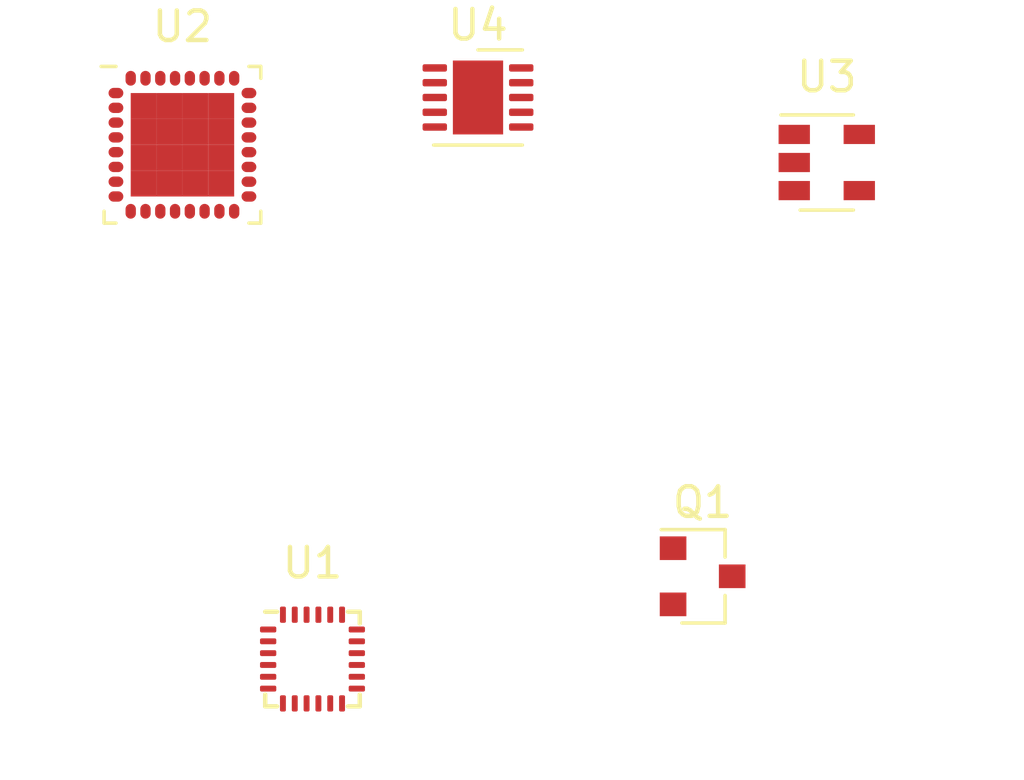
<source format=kicad_pcb>
(kicad_pcb (version 20171130) (host pcbnew 5.1.12-84ad8e8a86~92~ubuntu20.04.1)

  (general
    (thickness 1.6)
    (drawings 0)
    (tracks 0)
    (zones 0)
    (modules 5)
    (nets 69)
  )

  (page A4)
  (layers
    (0 F.Cu signal)
    (31 B.Cu signal)
    (32 B.Adhes user)
    (33 F.Adhes user)
    (34 B.Paste user)
    (35 F.Paste user)
    (36 B.SilkS user)
    (37 F.SilkS user)
    (38 B.Mask user)
    (39 F.Mask user)
    (40 Dwgs.User user)
    (41 Cmts.User user)
    (42 Eco1.User user)
    (43 Eco2.User user)
    (44 Edge.Cuts user)
    (45 Margin user)
    (46 B.CrtYd user)
    (47 F.CrtYd user)
    (48 B.Fab user)
    (49 F.Fab user)
  )

  (setup
    (last_trace_width 0.25)
    (trace_clearance 0.2)
    (zone_clearance 0.508)
    (zone_45_only no)
    (trace_min 0.2)
    (via_size 0.8)
    (via_drill 0.4)
    (via_min_size 0.4)
    (via_min_drill 0.3)
    (uvia_size 0.3)
    (uvia_drill 0.1)
    (uvias_allowed no)
    (uvia_min_size 0.2)
    (uvia_min_drill 0.1)
    (edge_width 0.05)
    (segment_width 0.2)
    (pcb_text_width 0.3)
    (pcb_text_size 1.5 1.5)
    (mod_edge_width 0.12)
    (mod_text_size 1 1)
    (mod_text_width 0.15)
    (pad_size 1.524 1.524)
    (pad_drill 0.762)
    (pad_to_mask_clearance 0)
    (aux_axis_origin 0 0)
    (visible_elements FFFFFF7F)
    (pcbplotparams
      (layerselection 0x010fc_ffffffff)
      (usegerberextensions false)
      (usegerberattributes true)
      (usegerberadvancedattributes true)
      (creategerberjobfile true)
      (excludeedgelayer true)
      (linewidth 0.100000)
      (plotframeref false)
      (viasonmask false)
      (mode 1)
      (useauxorigin false)
      (hpglpennumber 1)
      (hpglpenspeed 20)
      (hpglpendiameter 15.000000)
      (psnegative false)
      (psa4output false)
      (plotreference true)
      (plotvalue true)
      (plotinvisibletext false)
      (padsonsilk false)
      (subtractmaskfromsilk false)
      (outputformat 1)
      (mirror false)
      (drillshape 1)
      (scaleselection 1)
      (outputdirectory ""))
  )

  (net 0 "")
  (net 1 "Net-(U1-Pad24)")
  (net 2 "Net-(U1-Pad23)")
  (net 3 "Net-(U1-Pad22)")
  (net 4 "Net-(U1-Pad21)")
  (net 5 "Net-(U1-Pad19)")
  (net 6 "Net-(U1-Pad18)")
  (net 7 "Net-(U1-Pad17)")
  (net 8 "Net-(U1-Pad16)")
  (net 9 "Net-(U1-Pad15)")
  (net 10 "Net-(U1-Pad14)")
  (net 11 "Net-(U1-Pad13)")
  (net 12 "Net-(U1-Pad12)")
  (net 13 "Net-(U1-Pad11)")
  (net 14 "Net-(U1-Pad10)")
  (net 15 "Net-(U1-Pad9)")
  (net 16 "Net-(U1-Pad8)")
  (net 17 "Net-(U1-Pad7)")
  (net 18 "Net-(U1-Pad6)")
  (net 19 "Net-(U1-Pad5)")
  (net 20 "Net-(U1-Pad4)")
  (net 21 "Net-(U1-Pad3)")
  (net 22 "Net-(U1-Pad2)")
  (net 23 "Net-(U1-Pad1)")
  (net 24 "Net-(D7-Pad1)")
  (net 25 +BATT)
  (net 26 +5V)
  (net 27 "Net-(U2-Pad33)")
  (net 28 "Net-(U2-Pad32)")
  (net 29 "Net-(U2-Pad31)")
  (net 30 "Net-(U2-Pad30)")
  (net 31 "Net-(U2-Pad29)")
  (net 32 "Net-(U2-Pad28)")
  (net 33 "Net-(U2-Pad27)")
  (net 34 "Net-(U2-Pad26)")
  (net 35 "Net-(U2-Pad25)")
  (net 36 "Net-(U2-Pad24)")
  (net 37 "Net-(U2-Pad23)")
  (net 38 "Net-(U2-Pad22)")
  (net 39 "Net-(U2-Pad21)")
  (net 40 "Net-(U2-Pad20)")
  (net 41 "Net-(U2-Pad19)")
  (net 42 "Net-(U2-Pad18)")
  (net 43 "Net-(U2-Pad17)")
  (net 44 "Net-(U2-Pad16)")
  (net 45 +3V3)
  (net 46 "Net-(U2-Pad14)")
  (net 47 "Net-(U2-Pad13)")
  (net 48 "Net-(U2-Pad12)")
  (net 49 "Net-(U2-Pad11)")
  (net 50 "Net-(U2-Pad10)")
  (net 51 "Net-(U2-Pad9)")
  (net 52 "Net-(U2-Pad8)")
  (net 53 "Net-(U2-Pad6)")
  (net 54 "Net-(U2-Pad5)")
  (net 55 "Net-(U2-Pad4)")
  (net 56 "Net-(U2-Pad3)")
  (net 57 "Net-(U2-Pad2)")
  (net 58 "Net-(U2-Pad1)")
  (net 59 "Net-(U3-Pad5)")
  (net 60 GND)
  (net 61 BATT_STAT)
  (net 62 "Net-(U4-Pad10)")
  (net 63 "Net-(U4-Pad9)")
  (net 64 "Net-(U4-Pad8)")
  (net 65 "Net-(U4-Pad5)")
  (net 66 "Net-(U4-Pad4)")
  (net 67 "Net-(U4-Pad3)")
  (net 68 "Net-(U4-Pad1)")

  (net_class Default "This is the default net class."
    (clearance 0.2)
    (trace_width 0.25)
    (via_dia 0.8)
    (via_drill 0.4)
    (uvia_dia 0.3)
    (uvia_drill 0.1)
    (add_net +3V3)
    (add_net +5V)
    (add_net +BATT)
    (add_net BATT_STAT)
    (add_net GND)
    (add_net "Net-(D7-Pad1)")
    (add_net "Net-(U1-Pad1)")
    (add_net "Net-(U1-Pad10)")
    (add_net "Net-(U1-Pad11)")
    (add_net "Net-(U1-Pad12)")
    (add_net "Net-(U1-Pad13)")
    (add_net "Net-(U1-Pad14)")
    (add_net "Net-(U1-Pad15)")
    (add_net "Net-(U1-Pad16)")
    (add_net "Net-(U1-Pad17)")
    (add_net "Net-(U1-Pad18)")
    (add_net "Net-(U1-Pad19)")
    (add_net "Net-(U1-Pad2)")
    (add_net "Net-(U1-Pad21)")
    (add_net "Net-(U1-Pad22)")
    (add_net "Net-(U1-Pad23)")
    (add_net "Net-(U1-Pad24)")
    (add_net "Net-(U1-Pad3)")
    (add_net "Net-(U1-Pad4)")
    (add_net "Net-(U1-Pad5)")
    (add_net "Net-(U1-Pad6)")
    (add_net "Net-(U1-Pad7)")
    (add_net "Net-(U1-Pad8)")
    (add_net "Net-(U1-Pad9)")
    (add_net "Net-(U2-Pad1)")
    (add_net "Net-(U2-Pad10)")
    (add_net "Net-(U2-Pad11)")
    (add_net "Net-(U2-Pad12)")
    (add_net "Net-(U2-Pad13)")
    (add_net "Net-(U2-Pad14)")
    (add_net "Net-(U2-Pad16)")
    (add_net "Net-(U2-Pad17)")
    (add_net "Net-(U2-Pad18)")
    (add_net "Net-(U2-Pad19)")
    (add_net "Net-(U2-Pad2)")
    (add_net "Net-(U2-Pad20)")
    (add_net "Net-(U2-Pad21)")
    (add_net "Net-(U2-Pad22)")
    (add_net "Net-(U2-Pad23)")
    (add_net "Net-(U2-Pad24)")
    (add_net "Net-(U2-Pad25)")
    (add_net "Net-(U2-Pad26)")
    (add_net "Net-(U2-Pad27)")
    (add_net "Net-(U2-Pad28)")
    (add_net "Net-(U2-Pad29)")
    (add_net "Net-(U2-Pad3)")
    (add_net "Net-(U2-Pad30)")
    (add_net "Net-(U2-Pad31)")
    (add_net "Net-(U2-Pad32)")
    (add_net "Net-(U2-Pad33)")
    (add_net "Net-(U2-Pad4)")
    (add_net "Net-(U2-Pad5)")
    (add_net "Net-(U2-Pad6)")
    (add_net "Net-(U2-Pad8)")
    (add_net "Net-(U2-Pad9)")
    (add_net "Net-(U3-Pad5)")
    (add_net "Net-(U4-Pad1)")
    (add_net "Net-(U4-Pad10)")
    (add_net "Net-(U4-Pad3)")
    (add_net "Net-(U4-Pad4)")
    (add_net "Net-(U4-Pad5)")
    (add_net "Net-(U4-Pad8)")
    (add_net "Net-(U4-Pad9)")
  )

  (module hydrate:DFN-10-1EP_3x3mm_P0.5mm_EP0.25x0.70mm (layer F.Cu) (tedit 5DC5F54E) (tstamp 619D9E03)
    (at 135.8 59.8)
    (descr "DFN, 10 Pin (https://www.monolithicpower.com/pub/media/document/MPQ2483_r1.05.pdf), generated with kicad-footprint-generator ipc_noLead_generator.py")
    (tags "DFN NoLead")
    (path /61C2FD3A)
    (attr smd)
    (fp_text reference U4 (at 0 -2.45) (layer F.SilkS)
      (effects (font (size 1 1) (thickness 0.15)))
    )
    (fp_text value LTC3536IDD (at 0 2.45) (layer F.Fab)
      (effects (font (size 1 1) (thickness 0.15)))
    )
    (fp_text user %R (at 0 0) (layer F.Fab)
      (effects (font (size 0.75 0.75) (thickness 0.11)))
    )
    (fp_line (start 0 -1.61) (end 1.5 -1.61) (layer F.SilkS) (width 0.12))
    (fp_line (start -1.5 1.61) (end 1.5 1.61) (layer F.SilkS) (width 0.12))
    (fp_line (start -0.75 -1.5) (end 1.5 -1.5) (layer F.Fab) (width 0.1))
    (fp_line (start 1.5 -1.5) (end 1.5 1.5) (layer F.Fab) (width 0.1))
    (fp_line (start 1.5 1.5) (end -1.5 1.5) (layer F.Fab) (width 0.1))
    (fp_line (start -1.5 1.5) (end -1.5 -0.75) (layer F.Fab) (width 0.1))
    (fp_line (start -1.5 -0.75) (end -0.75 -1.5) (layer F.Fab) (width 0.1))
    (fp_line (start -2.12 -1.75) (end -2.12 1.75) (layer F.CrtYd) (width 0.05))
    (fp_line (start -2.12 1.75) (end 2.12 1.75) (layer F.CrtYd) (width 0.05))
    (fp_line (start 2.12 1.75) (end 2.12 -1.75) (layer F.CrtYd) (width 0.05))
    (fp_line (start 2.12 -1.75) (end -2.12 -1.75) (layer F.CrtYd) (width 0.05))
    (pad "" smd roundrect (at 0.425 0.625) (size 0.69 1.01) (layers F.Paste) (roundrect_rratio 0.25))
    (pad "" smd roundrect (at 0.425 -0.625) (size 0.69 1.01) (layers F.Paste) (roundrect_rratio 0.25))
    (pad "" smd roundrect (at -0.425 0.625) (size 0.69 1.01) (layers F.Paste) (roundrect_rratio 0.25))
    (pad "" smd roundrect (at -0.425 -0.625) (size 0.69 1.01) (layers F.Paste) (roundrect_rratio 0.25))
    (pad 11 smd rect (at 0 0) (size 1.7 2.5) (layers F.Cu F.Mask)
      (net 60 GND))
    (pad 10 smd roundrect (at 1.4625 -1) (size 0.825 0.25) (layers F.Cu F.Paste F.Mask) (roundrect_rratio 0.25)
      (net 62 "Net-(U4-Pad10)"))
    (pad 9 smd roundrect (at 1.4625 -0.5) (size 0.825 0.25) (layers F.Cu F.Paste F.Mask) (roundrect_rratio 0.25)
      (net 63 "Net-(U4-Pad9)"))
    (pad 8 smd roundrect (at 1.4625 0) (size 0.825 0.25) (layers F.Cu F.Paste F.Mask) (roundrect_rratio 0.25)
      (net 64 "Net-(U4-Pad8)"))
    (pad 7 smd roundrect (at 1.4625 0.5) (size 0.825 0.25) (layers F.Cu F.Paste F.Mask) (roundrect_rratio 0.25)
      (net 24 "Net-(D7-Pad1)"))
    (pad 6 smd roundrect (at 1.4625 1) (size 0.825 0.25) (layers F.Cu F.Paste F.Mask) (roundrect_rratio 0.25)
      (net 45 +3V3))
    (pad 5 smd roundrect (at -1.4625 1) (size 0.825 0.25) (layers F.Cu F.Paste F.Mask) (roundrect_rratio 0.25)
      (net 65 "Net-(U4-Pad5)"))
    (pad 4 smd roundrect (at -1.4625 0.5) (size 0.825 0.25) (layers F.Cu F.Paste F.Mask) (roundrect_rratio 0.25)
      (net 66 "Net-(U4-Pad4)"))
    (pad 3 smd roundrect (at -1.4625 0) (size 0.825 0.25) (layers F.Cu F.Paste F.Mask) (roundrect_rratio 0.25)
      (net 67 "Net-(U4-Pad3)"))
    (pad 2 smd roundrect (at -1.4625 -0.5) (size 0.825 0.25) (layers F.Cu F.Paste F.Mask) (roundrect_rratio 0.25)
      (net 60 GND))
    (pad 1 smd roundrect (at -1.4625 -1) (size 0.825 0.25) (layers F.Cu F.Paste F.Mask) (roundrect_rratio 0.25)
      (net 68 "Net-(U4-Pad1)"))
    (model ${KISYS3DMOD}/Package_DFN_QFN.3dshapes/DFN-10-1EP_3x3mm_P0.5mm_EP1.7x2.5mm.wrl
      (at (xyz 0 0 0))
      (scale (xyz 1 1 1))
      (rotate (xyz 0 0 0))
    )
  )

  (module Package_TO_SOT_SMD:SOT-23-5 (layer F.Cu) (tedit 5A02FF57) (tstamp 619D9E53)
    (at 147.6 62)
    (descr "5-pin SOT23 package")
    (tags SOT-23-5)
    (path /61A3CB9F)
    (attr smd)
    (fp_text reference U3 (at 0 -2.9) (layer F.SilkS)
      (effects (font (size 1 1) (thickness 0.15)))
    )
    (fp_text value MCP73832-2-OT (at 0 2.9) (layer F.Fab)
      (effects (font (size 1 1) (thickness 0.15)))
    )
    (fp_text user %R (at 0 0 90) (layer F.Fab)
      (effects (font (size 0.5 0.5) (thickness 0.075)))
    )
    (fp_line (start -0.9 1.61) (end 0.9 1.61) (layer F.SilkS) (width 0.12))
    (fp_line (start 0.9 -1.61) (end -1.55 -1.61) (layer F.SilkS) (width 0.12))
    (fp_line (start -1.9 -1.8) (end 1.9 -1.8) (layer F.CrtYd) (width 0.05))
    (fp_line (start 1.9 -1.8) (end 1.9 1.8) (layer F.CrtYd) (width 0.05))
    (fp_line (start 1.9 1.8) (end -1.9 1.8) (layer F.CrtYd) (width 0.05))
    (fp_line (start -1.9 1.8) (end -1.9 -1.8) (layer F.CrtYd) (width 0.05))
    (fp_line (start -0.9 -0.9) (end -0.25 -1.55) (layer F.Fab) (width 0.1))
    (fp_line (start 0.9 -1.55) (end -0.25 -1.55) (layer F.Fab) (width 0.1))
    (fp_line (start -0.9 -0.9) (end -0.9 1.55) (layer F.Fab) (width 0.1))
    (fp_line (start 0.9 1.55) (end -0.9 1.55) (layer F.Fab) (width 0.1))
    (fp_line (start 0.9 -1.55) (end 0.9 1.55) (layer F.Fab) (width 0.1))
    (pad 5 smd rect (at 1.1 -0.95) (size 1.06 0.65) (layers F.Cu F.Paste F.Mask)
      (net 59 "Net-(U3-Pad5)"))
    (pad 4 smd rect (at 1.1 0.95) (size 1.06 0.65) (layers F.Cu F.Paste F.Mask)
      (net 26 +5V))
    (pad 3 smd rect (at -1.1 0.95) (size 1.06 0.65) (layers F.Cu F.Paste F.Mask)
      (net 25 +BATT))
    (pad 2 smd rect (at -1.1 0) (size 1.06 0.65) (layers F.Cu F.Paste F.Mask)
      (net 60 GND))
    (pad 1 smd rect (at -1.1 -0.95) (size 1.06 0.65) (layers F.Cu F.Paste F.Mask)
      (net 61 BATT_STAT))
    (model ${KISYS3DMOD}/Package_TO_SOT_SMD.3dshapes/SOT-23-5.wrl
      (at (xyz 0 0 0))
      (scale (xyz 1 1 1))
      (rotate (xyz 0 0 0))
    )
  )

  (module hydrate:QFN-32_EP_5x5_Pitch0.5mm (layer F.Cu) (tedit 0) (tstamp 619D9EBE)
    (at 125.8 61.4)
    (path /61A3860B)
    (attr smd)
    (fp_text reference U2 (at 0 -4) (layer F.SilkS)
      (effects (font (size 1 1) (thickness 0.15)))
    )
    (fp_text value K32L2Bx1VFM0A (at 0 4) (layer F.Fab)
      (effects (font (size 1 1) (thickness 0.15)))
    )
    (fp_line (start -1.5 -2.5) (end -2.5 -1.5) (layer F.Fab) (width 0.15))
    (fp_line (start -2.5 -1.5) (end -2.5 2.5) (layer F.Fab) (width 0.15))
    (fp_line (start -2.5 2.5) (end 2.5 2.5) (layer F.Fab) (width 0.15))
    (fp_line (start 2.5 2.5) (end 2.5 -2.5) (layer F.Fab) (width 0.15))
    (fp_line (start 2.5 -2.5) (end -1.5 -2.5) (layer F.Fab) (width 0.15))
    (fp_line (start 2.25 -2.65) (end 2.65 -2.65) (layer F.SilkS) (width 0.12))
    (fp_line (start 2.65 -2.65) (end 2.65 -2.25) (layer F.SilkS) (width 0.12))
    (fp_line (start 2.25 2.65) (end 2.65 2.65) (layer F.SilkS) (width 0.12))
    (fp_line (start 2.65 2.65) (end 2.65 2.25) (layer F.SilkS) (width 0.12))
    (fp_line (start -2.25 2.65) (end -2.65 2.65) (layer F.SilkS) (width 0.12))
    (fp_line (start -2.65 2.65) (end -2.65 2.25) (layer F.SilkS) (width 0.12))
    (fp_line (start -2.25 -2.65) (end -2.75 -2.65) (layer F.SilkS) (width 0.12))
    (fp_line (start -3 -3) (end 3 -3) (layer F.CrtYd) (width 0.05))
    (fp_line (start 3 -3) (end 3 3) (layer F.CrtYd) (width 0.05))
    (fp_line (start 3 3) (end -3 3) (layer F.CrtYd) (width 0.05))
    (fp_line (start -3 3) (end -3 -3) (layer F.CrtYd) (width 0.05))
    (pad 33 smd rect (at 1.3125 1.3125) (size 0.875 0.875) (layers F.Cu F.Paste F.Mask)
      (net 27 "Net-(U2-Pad33)") (solder_paste_margin -0.75))
    (pad 33 smd rect (at 1.3125 0.4375) (size 0.875 0.875) (layers F.Cu F.Paste F.Mask)
      (net 27 "Net-(U2-Pad33)") (solder_paste_margin -0.75))
    (pad 33 smd rect (at 1.3125 -0.4375) (size 0.875 0.875) (layers F.Cu F.Paste F.Mask)
      (net 27 "Net-(U2-Pad33)") (solder_paste_margin -0.75))
    (pad 33 smd rect (at 1.3125 -1.3125) (size 0.875 0.875) (layers F.Cu F.Paste F.Mask)
      (net 27 "Net-(U2-Pad33)") (solder_paste_margin -0.75))
    (pad 33 smd rect (at 0.4375 1.3125) (size 0.875 0.875) (layers F.Cu F.Paste F.Mask)
      (net 27 "Net-(U2-Pad33)") (solder_paste_margin -0.75))
    (pad 33 smd rect (at 0.4375 0.4375) (size 0.875 0.875) (layers F.Cu F.Paste F.Mask)
      (net 27 "Net-(U2-Pad33)") (solder_paste_margin -0.75))
    (pad 33 smd rect (at 0.4375 -0.4375) (size 0.875 0.875) (layers F.Cu F.Paste F.Mask)
      (net 27 "Net-(U2-Pad33)") (solder_paste_margin -0.75))
    (pad 33 smd rect (at 0.4375 -1.3125) (size 0.875 0.875) (layers F.Cu F.Paste F.Mask)
      (net 27 "Net-(U2-Pad33)") (solder_paste_margin -0.75))
    (pad 33 smd rect (at -0.4375 1.3125) (size 0.875 0.875) (layers F.Cu F.Paste F.Mask)
      (net 27 "Net-(U2-Pad33)") (solder_paste_margin -0.75))
    (pad 33 smd rect (at -0.4375 0.4375) (size 0.875 0.875) (layers F.Cu F.Paste F.Mask)
      (net 27 "Net-(U2-Pad33)") (solder_paste_margin -0.75))
    (pad 33 smd rect (at -0.4375 -0.4375) (size 0.875 0.875) (layers F.Cu F.Paste F.Mask)
      (net 27 "Net-(U2-Pad33)") (solder_paste_margin -0.75))
    (pad 33 smd rect (at -0.4375 -1.3125) (size 0.875 0.875) (layers F.Cu F.Paste F.Mask)
      (net 27 "Net-(U2-Pad33)") (solder_paste_margin -0.75))
    (pad 33 smd rect (at -1.3125 1.3125) (size 0.875 0.875) (layers F.Cu F.Paste F.Mask)
      (net 27 "Net-(U2-Pad33)") (solder_paste_margin -0.75))
    (pad 33 smd rect (at -1.3125 0.4375) (size 0.875 0.875) (layers F.Cu F.Paste F.Mask)
      (net 27 "Net-(U2-Pad33)") (solder_paste_margin -0.75))
    (pad 33 smd rect (at -1.3125 -0.4375) (size 0.875 0.875) (layers F.Cu F.Paste F.Mask)
      (net 27 "Net-(U2-Pad33)") (solder_paste_margin -0.75))
    (pad 33 smd rect (at -1.3125 -1.3125) (size 0.875 0.875) (layers F.Cu F.Paste F.Mask)
      (net 27 "Net-(U2-Pad33)") (solder_paste_margin -0.75))
    (pad 32 smd oval (at -1.75 -2.25) (size 0.35 0.5) (layers F.Cu F.Paste F.Mask)
      (net 28 "Net-(U2-Pad32)"))
    (pad 31 smd oval (at -1.25 -2.25) (size 0.35 0.5) (layers F.Cu F.Paste F.Mask)
      (net 29 "Net-(U2-Pad31)"))
    (pad 30 smd oval (at -0.75 -2.25) (size 0.35 0.5) (layers F.Cu F.Paste F.Mask)
      (net 30 "Net-(U2-Pad30)"))
    (pad 29 smd oval (at -0.25 -2.25) (size 0.35 0.5) (layers F.Cu F.Paste F.Mask)
      (net 31 "Net-(U2-Pad29)"))
    (pad 28 smd oval (at 0.25 -2.25) (size 0.35 0.5) (layers F.Cu F.Paste F.Mask)
      (net 32 "Net-(U2-Pad28)"))
    (pad 27 smd oval (at 0.75 -2.25) (size 0.35 0.5) (layers F.Cu F.Paste F.Mask)
      (net 33 "Net-(U2-Pad27)"))
    (pad 26 smd oval (at 1.25 -2.25) (size 0.35 0.5) (layers F.Cu F.Paste F.Mask)
      (net 34 "Net-(U2-Pad26)"))
    (pad 25 smd oval (at 1.75 -2.25) (size 0.35 0.5) (layers F.Cu F.Paste F.Mask)
      (net 35 "Net-(U2-Pad25)"))
    (pad 24 smd oval (at 2.25 -1.75 90) (size 0.35 0.5) (layers F.Cu F.Paste F.Mask)
      (net 36 "Net-(U2-Pad24)"))
    (pad 23 smd oval (at 2.25 -1.25 90) (size 0.35 0.5) (layers F.Cu F.Paste F.Mask)
      (net 37 "Net-(U2-Pad23)"))
    (pad 22 smd oval (at 2.25 -0.75 90) (size 0.35 0.5) (layers F.Cu F.Paste F.Mask)
      (net 38 "Net-(U2-Pad22)"))
    (pad 21 smd oval (at 2.25 -0.25 90) (size 0.35 0.5) (layers F.Cu F.Paste F.Mask)
      (net 39 "Net-(U2-Pad21)"))
    (pad 20 smd oval (at 2.25 0.25 90) (size 0.35 0.5) (layers F.Cu F.Paste F.Mask)
      (net 40 "Net-(U2-Pad20)"))
    (pad 19 smd oval (at 2.25 0.75 90) (size 0.35 0.5) (layers F.Cu F.Paste F.Mask)
      (net 41 "Net-(U2-Pad19)"))
    (pad 18 smd oval (at 2.25 1.25 90) (size 0.35 0.5) (layers F.Cu F.Paste F.Mask)
      (net 42 "Net-(U2-Pad18)"))
    (pad 17 smd oval (at 2.25 1.75 90) (size 0.35 0.5) (layers F.Cu F.Paste F.Mask)
      (net 43 "Net-(U2-Pad17)"))
    (pad 16 smd oval (at 1.75 2.25) (size 0.35 0.5) (layers F.Cu F.Paste F.Mask)
      (net 44 "Net-(U2-Pad16)"))
    (pad 15 smd oval (at 1.25 2.25) (size 0.35 0.5) (layers F.Cu F.Paste F.Mask)
      (net 45 +3V3))
    (pad 14 smd oval (at 0.75 2.25) (size 0.35 0.5) (layers F.Cu F.Paste F.Mask)
      (net 46 "Net-(U2-Pad14)"))
    (pad 13 smd oval (at 0.25 2.25) (size 0.35 0.5) (layers F.Cu F.Paste F.Mask)
      (net 47 "Net-(U2-Pad13)"))
    (pad 12 smd oval (at -0.25 2.25) (size 0.35 0.5) (layers F.Cu F.Paste F.Mask)
      (net 48 "Net-(U2-Pad12)"))
    (pad 11 smd oval (at -0.75 2.25) (size 0.35 0.5) (layers F.Cu F.Paste F.Mask)
      (net 49 "Net-(U2-Pad11)"))
    (pad 10 smd oval (at -1.25 2.25) (size 0.35 0.5) (layers F.Cu F.Paste F.Mask)
      (net 50 "Net-(U2-Pad10)"))
    (pad 9 smd oval (at -1.75 2.25) (size 0.35 0.5) (layers F.Cu F.Paste F.Mask)
      (net 51 "Net-(U2-Pad9)"))
    (pad 8 smd oval (at -2.25 1.75 90) (size 0.35 0.5) (layers F.Cu F.Paste F.Mask)
      (net 52 "Net-(U2-Pad8)"))
    (pad 7 smd oval (at -2.25 1.25 90) (size 0.35 0.5) (layers F.Cu F.Paste F.Mask)
      (net 45 +3V3))
    (pad 6 smd oval (at -2.25 0.75 90) (size 0.35 0.5) (layers F.Cu F.Paste F.Mask)
      (net 53 "Net-(U2-Pad6)"))
    (pad 5 smd oval (at -2.25 0.25 90) (size 0.35 0.5) (layers F.Cu F.Paste F.Mask)
      (net 54 "Net-(U2-Pad5)"))
    (pad 4 smd oval (at -2.25 -0.25 90) (size 0.35 0.5) (layers F.Cu F.Paste F.Mask)
      (net 55 "Net-(U2-Pad4)"))
    (pad 3 smd oval (at -2.25 -0.75 90) (size 0.35 0.5) (layers F.Cu F.Paste F.Mask)
      (net 56 "Net-(U2-Pad3)"))
    (pad 2 smd oval (at -2.25 -1.25 90) (size 0.35 0.5) (layers F.Cu F.Paste F.Mask)
      (net 57 "Net-(U2-Pad2)"))
    (pad 1 smd oval (at -2.25 -1.75 90) (size 0.35 0.5) (layers F.Cu F.Paste F.Mask)
      (net 58 "Net-(U2-Pad1)"))
  )

  (module Sensor_Motion:InvenSense_QFN-24_3x3mm_P0.4mm (layer F.Cu) (tedit 5B5A6A65) (tstamp 619D9F7E)
    (at 130.2 78.8)
    (descr "24-Lead Plastic QFN (3mm x 3mm); Pitch 0.4mm; EP 1.7x1.54mm; for InvenSense motion sensors; keepout area marked (Package see: https://store.invensense.com/datasheets/invensense/MPU9250REV1.0.pdf; See also https://www.invensense.com/wp-content/uploads/2015/02/InvenSense-MEMS-Handling.pdf)")
    (tags "QFN 0.4")
    (path /61A34454)
    (attr smd)
    (fp_text reference U1 (at 0 -3.25) (layer F.SilkS)
      (effects (font (size 1 1) (thickness 0.15)))
    )
    (fp_text value ICM-20948 (at 0 3.25) (layer F.Fab)
      (effects (font (size 1 1) (thickness 0.15)))
    )
    (fp_text user Component (at 0 0.55) (layer Cmts.User)
      (effects (font (size 0.2 0.2) (thickness 0.04)))
    )
    (fp_text user "Directly Below" (at 0 0.25) (layer Cmts.User)
      (effects (font (size 0.2 0.2) (thickness 0.04)))
    )
    (fp_text user "No Copper" (at 0 -0.1) (layer Cmts.User)
      (effects (font (size 0.2 0.2) (thickness 0.04)))
    )
    (fp_text user KEEPOUT (at 0 -0.5) (layer Cmts.User)
      (effects (font (size 0.2 0.2) (thickness 0.04)))
    )
    (fp_text user %R (at 0 0) (layer F.Fab)
      (effects (font (size 0.7 0.7) (thickness 0.105)))
    )
    (fp_line (start -0.5 -1.5) (end 1.5 -1.5) (layer F.Fab) (width 0.15))
    (fp_line (start 1.5 -1.5) (end 1.5 1.5) (layer F.Fab) (width 0.15))
    (fp_line (start 1.5 1.5) (end -1.5 1.5) (layer F.Fab) (width 0.15))
    (fp_line (start -1.5 1.5) (end -1.5 -0.5) (layer F.Fab) (width 0.15))
    (fp_line (start -1.5 -0.5) (end -0.5 -1.5) (layer F.Fab) (width 0.15))
    (fp_line (start 2.05 -2.05) (end 2.05 2.05) (layer F.CrtYd) (width 0.05))
    (fp_line (start 2.05 2.05) (end -2.05 2.05) (layer F.CrtYd) (width 0.05))
    (fp_line (start -2.05 2.05) (end -2.05 -2.05) (layer F.CrtYd) (width 0.05))
    (fp_line (start -2.05 -2.05) (end 2.05 -2.05) (layer F.CrtYd) (width 0.05))
    (fp_line (start -1.6 1.6) (end -1.6 1.2) (layer F.SilkS) (width 0.15))
    (fp_line (start -1.6 1.6) (end -1.2 1.6) (layer F.SilkS) (width 0.15))
    (fp_line (start 1.6 1.6) (end 1.6 1.2) (layer F.SilkS) (width 0.15))
    (fp_line (start 1.6 1.6) (end 1.2 1.6) (layer F.SilkS) (width 0.15))
    (fp_line (start 1.6 -1.6) (end 1.6 -1.2) (layer F.SilkS) (width 0.15))
    (fp_line (start 1.6 -1.6) (end 1.2 -1.6) (layer F.SilkS) (width 0.15))
    (fp_line (start -1.6 -1.6) (end -1.2 -1.6) (layer F.SilkS) (width 0.15))
    (fp_line (start -0.875 -0.795) (end 0.875 -0.795) (layer Dwgs.User) (width 0.05))
    (fp_line (start -0.875 -0.795) (end -0.875 0.795) (layer Dwgs.User) (width 0.05))
    (fp_line (start -0.875 0.795) (end 0.875 0.795) (layer Dwgs.User) (width 0.05))
    (fp_line (start 0.875 -0.795) (end 0.875 0.795) (layer Dwgs.User) (width 0.05))
    (fp_line (start 0.875 0.295) (end 0.375 0.795) (layer Dwgs.User) (width 0.05))
    (fp_line (start 0.875 -0.205) (end -0.125 0.795) (layer Dwgs.User) (width 0.05))
    (fp_line (start 0.875 -0.705) (end -0.625 0.795) (layer Dwgs.User) (width 0.05))
    (fp_line (start 0.465 -0.795) (end -0.875 0.545) (layer Dwgs.User) (width 0.05))
    (fp_line (start -0.035 -0.795) (end -0.875 0.045) (layer Dwgs.User) (width 0.05))
    (fp_line (start -0.535 -0.795) (end -0.875 -0.455) (layer Dwgs.User) (width 0.05))
    (pad 24 smd roundrect (at -1 -1.5 90) (size 0.55 0.2) (layers F.Cu F.Paste F.Mask) (roundrect_rratio 0.25)
      (net 1 "Net-(U1-Pad24)"))
    (pad 23 smd roundrect (at -0.6 -1.5 90) (size 0.55 0.2) (layers F.Cu F.Paste F.Mask) (roundrect_rratio 0.25)
      (net 2 "Net-(U1-Pad23)"))
    (pad 22 smd roundrect (at -0.2 -1.5 90) (size 0.55 0.2) (layers F.Cu F.Paste F.Mask) (roundrect_rratio 0.25)
      (net 3 "Net-(U1-Pad22)"))
    (pad 21 smd roundrect (at 0.2 -1.5 90) (size 0.55 0.2) (layers F.Cu F.Paste F.Mask) (roundrect_rratio 0.25)
      (net 4 "Net-(U1-Pad21)"))
    (pad 20 smd roundrect (at 0.6 -1.5 90) (size 0.55 0.2) (layers F.Cu F.Paste F.Mask) (roundrect_rratio 0.25)
      (net 6 "Net-(U1-Pad18)"))
    (pad 19 smd roundrect (at 1 -1.5 90) (size 0.55 0.2) (layers F.Cu F.Paste F.Mask) (roundrect_rratio 0.25)
      (net 5 "Net-(U1-Pad19)"))
    (pad 18 smd roundrect (at 1.5 -1) (size 0.55 0.2) (layers F.Cu F.Paste F.Mask) (roundrect_rratio 0.25)
      (net 6 "Net-(U1-Pad18)"))
    (pad 17 smd roundrect (at 1.5 -0.6) (size 0.55 0.2) (layers F.Cu F.Paste F.Mask) (roundrect_rratio 0.25)
      (net 7 "Net-(U1-Pad17)"))
    (pad 16 smd roundrect (at 1.5 -0.2) (size 0.55 0.2) (layers F.Cu F.Paste F.Mask) (roundrect_rratio 0.25)
      (net 8 "Net-(U1-Pad16)"))
    (pad 15 smd roundrect (at 1.5 0.2) (size 0.55 0.2) (layers F.Cu F.Paste F.Mask) (roundrect_rratio 0.25)
      (net 9 "Net-(U1-Pad15)"))
    (pad 14 smd roundrect (at 1.5 0.6) (size 0.55 0.2) (layers F.Cu F.Paste F.Mask) (roundrect_rratio 0.25)
      (net 10 "Net-(U1-Pad14)"))
    (pad 13 smd roundrect (at 1.5 1) (size 0.55 0.2) (layers F.Cu F.Paste F.Mask) (roundrect_rratio 0.25)
      (net 11 "Net-(U1-Pad13)"))
    (pad 12 smd roundrect (at 1 1.5 90) (size 0.55 0.2) (layers F.Cu F.Paste F.Mask) (roundrect_rratio 0.25)
      (net 12 "Net-(U1-Pad12)"))
    (pad 11 smd roundrect (at 0.6 1.5 90) (size 0.55 0.2) (layers F.Cu F.Paste F.Mask) (roundrect_rratio 0.25)
      (net 13 "Net-(U1-Pad11)"))
    (pad 10 smd roundrect (at 0.2 1.5 90) (size 0.55 0.2) (layers F.Cu F.Paste F.Mask) (roundrect_rratio 0.25)
      (net 14 "Net-(U1-Pad10)"))
    (pad 9 smd roundrect (at -0.2 1.5 90) (size 0.55 0.2) (layers F.Cu F.Paste F.Mask) (roundrect_rratio 0.25)
      (net 15 "Net-(U1-Pad9)"))
    (pad 8 smd roundrect (at -0.6 1.5 90) (size 0.55 0.2) (layers F.Cu F.Paste F.Mask) (roundrect_rratio 0.25)
      (net 16 "Net-(U1-Pad8)"))
    (pad 7 smd roundrect (at -1 1.5 90) (size 0.55 0.2) (layers F.Cu F.Paste F.Mask) (roundrect_rratio 0.25)
      (net 17 "Net-(U1-Pad7)"))
    (pad 6 smd roundrect (at -1.5 1) (size 0.55 0.2) (layers F.Cu F.Paste F.Mask) (roundrect_rratio 0.25)
      (net 18 "Net-(U1-Pad6)"))
    (pad 5 smd roundrect (at -1.5 0.6) (size 0.55 0.2) (layers F.Cu F.Paste F.Mask) (roundrect_rratio 0.25)
      (net 19 "Net-(U1-Pad5)"))
    (pad 4 smd roundrect (at -1.5 0.2) (size 0.55 0.2) (layers F.Cu F.Paste F.Mask) (roundrect_rratio 0.25)
      (net 20 "Net-(U1-Pad4)"))
    (pad 3 smd roundrect (at -1.5 -0.2) (size 0.55 0.2) (layers F.Cu F.Paste F.Mask) (roundrect_rratio 0.25)
      (net 21 "Net-(U1-Pad3)"))
    (pad 2 smd roundrect (at -1.5 -0.6) (size 0.55 0.2) (layers F.Cu F.Paste F.Mask) (roundrect_rratio 0.25)
      (net 22 "Net-(U1-Pad2)"))
    (pad 1 smd roundrect (at -1.5 -1) (size 0.55 0.2) (layers F.Cu F.Paste F.Mask) (roundrect_rratio 0.25)
      (net 23 "Net-(U1-Pad1)"))
    (model ${KISYS3DMOD}/Package_DFN_QFN.3dshapes/QFN-24_3x3mm_P0.4mm_EP1.7x1.54mm.wrl
      (at (xyz 0 0 0))
      (scale (xyz 1 1 1))
      (rotate (xyz 0 0 0))
    )
  )

  (module Package_TO_SOT_SMD:SOT-23 (layer F.Cu) (tedit 5A02FF57) (tstamp 619DA006)
    (at 143.4 76)
    (descr "SOT-23, Standard")
    (tags SOT-23)
    (path /61BA84E7)
    (attr smd)
    (fp_text reference Q1 (at 0 -2.5) (layer F.SilkS)
      (effects (font (size 1 1) (thickness 0.15)))
    )
    (fp_text value DMP3099L-7 (at 0 2.5) (layer F.Fab)
      (effects (font (size 1 1) (thickness 0.15)))
    )
    (fp_text user %R (at 0 0 90) (layer F.Fab)
      (effects (font (size 0.5 0.5) (thickness 0.075)))
    )
    (fp_line (start -0.7 -0.95) (end -0.7 1.5) (layer F.Fab) (width 0.1))
    (fp_line (start -0.15 -1.52) (end 0.7 -1.52) (layer F.Fab) (width 0.1))
    (fp_line (start -0.7 -0.95) (end -0.15 -1.52) (layer F.Fab) (width 0.1))
    (fp_line (start 0.7 -1.52) (end 0.7 1.52) (layer F.Fab) (width 0.1))
    (fp_line (start -0.7 1.52) (end 0.7 1.52) (layer F.Fab) (width 0.1))
    (fp_line (start 0.76 1.58) (end 0.76 0.65) (layer F.SilkS) (width 0.12))
    (fp_line (start 0.76 -1.58) (end 0.76 -0.65) (layer F.SilkS) (width 0.12))
    (fp_line (start -1.7 -1.75) (end 1.7 -1.75) (layer F.CrtYd) (width 0.05))
    (fp_line (start 1.7 -1.75) (end 1.7 1.75) (layer F.CrtYd) (width 0.05))
    (fp_line (start 1.7 1.75) (end -1.7 1.75) (layer F.CrtYd) (width 0.05))
    (fp_line (start -1.7 1.75) (end -1.7 -1.75) (layer F.CrtYd) (width 0.05))
    (fp_line (start 0.76 -1.58) (end -1.4 -1.58) (layer F.SilkS) (width 0.12))
    (fp_line (start 0.76 1.58) (end -0.7 1.58) (layer F.SilkS) (width 0.12))
    (pad 3 smd rect (at 1 0) (size 0.9 0.8) (layers F.Cu F.Paste F.Mask)
      (net 24 "Net-(D7-Pad1)"))
    (pad 2 smd rect (at -1 0.95) (size 0.9 0.8) (layers F.Cu F.Paste F.Mask)
      (net 25 +BATT))
    (pad 1 smd rect (at -1 -0.95) (size 0.9 0.8) (layers F.Cu F.Paste F.Mask)
      (net 26 +5V))
    (model ${KISYS3DMOD}/Package_TO_SOT_SMD.3dshapes/SOT-23.wrl
      (at (xyz 0 0 0))
      (scale (xyz 1 1 1))
      (rotate (xyz 0 0 0))
    )
  )

)

</source>
